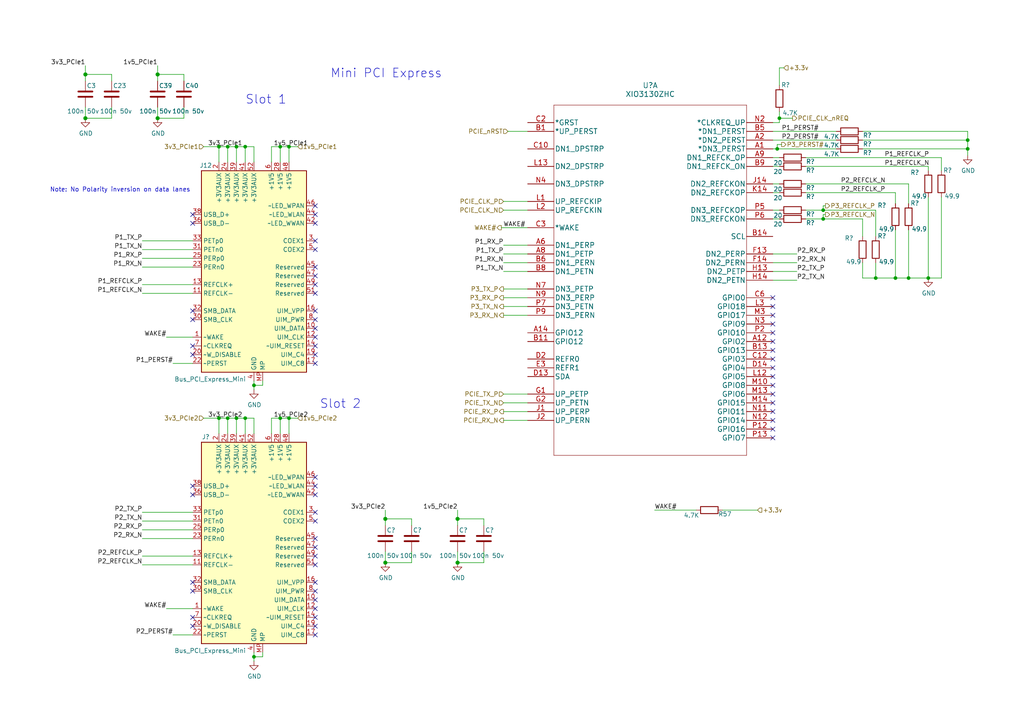
<source format=kicad_sch>
(kicad_sch (version 20210615) (generator eeschema)
  (paper "A4")
  (title_block (title "AP3000v3") (date "2020-10-27") (rev "1") (company "(c) ISis ImageStream Internet Solutions 2020") (comment 1 "www.imagestream.com"))
  (lib_symbols
    (symbol "Connector:Bus_PCI_Express_Mini"
      (property "Reference" "J" (at -16.51 31.75 0))
      (property "Value" "Bus_PCI_Express_Mini" (at 22.86 31.75 0))
      (symbol "Bus_PCI_Express_Mini_0_1"
        (rectangle (start -15.24 30.48) (end 15.24 -27.94) (stroke (width 0.254)) (fill (type background)))
      )
      (symbol "Bus_PCI_Express_Mini_1_1"
        (pin open_collector line (at -17.78 -17.78 0) (length 2.54) (name "~WAKE") (number "1"))
        (pin bidirectional line (at 17.78 -15.24 180) (length 2.54) (name "UIM_DATA") (number "10"))
        (pin input line (at -17.78 -5.08 0) (length 2.54) (name "REFCLK-") (number "11"))
        (pin output line (at 17.78 -17.78 180) (length 2.54) (name "UIM_CLK") (number "12"))
        (pin input line (at -17.78 -2.54 0) (length 2.54) (name "REFCLK+") (number "13"))
        (pin output line (at 17.78 -20.32 180) (length 2.54) (name "~UIM_RESET") (number "14"))
        (pin passive line (at 0 -30.48 90) (length 2.54) hide (name "GND") (number "15"))
        (pin power_out line (at 17.78 -10.16 180) (length 2.54) (name "UIM_VPP") (number "16"))
        (pin passive line (at 17.78 -25.4 180) (length 2.54) (name "UIM_C8") (number "17"))
        (pin passive line (at 0 -30.48 90) (length 2.54) hide (name "GND") (number "18"))
        (pin passive line (at 17.78 -22.86 180) (length 2.54) (name "UIM_C4") (number "19"))
        (pin power_in line (at -10.16 33.02 270) (length 2.54) (name "+3V3AUX") (number "2"))
        (pin input line (at -17.78 -22.86 0) (length 2.54) (name "~W_DISABLE") (number "20"))
        (pin passive line (at 0 -30.48 90) (length 2.54) hide (name "GND") (number "21"))
        (pin input line (at -17.78 -25.4 0) (length 2.54) (name "~PERST") (number "22"))
        (pin output line (at -17.78 2.54 0) (length 2.54) (name "PERn0") (number "23"))
        (pin power_in line (at -7.62 33.02 270) (length 2.54) (name "+3V3AUX") (number "24"))
        (pin output line (at -17.78 5.08 0) (length 2.54) (name "PERp0") (number "25"))
        (pin passive line (at 0 -30.48 90) (length 2.54) hide (name "GND") (number "26"))
        (pin passive line (at 0 -30.48 90) (length 2.54) hide (name "GND") (number "27"))
        (pin power_in line (at 7.62 33.02 270) (length 2.54) (name "+1V5") (number "28"))
        (pin passive line (at 0 -30.48 90) (length 2.54) hide (name "GND") (number "29"))
        (pin passive line (at 17.78 10.16 180) (length 2.54) (name "COEX1") (number "3"))
        (pin input line (at -17.78 -12.7 0) (length 2.54) (name "SMB_CLK") (number "30"))
        (pin input line (at -17.78 7.62 0) (length 2.54) (name "PETn0") (number "31"))
        (pin bidirectional line (at -17.78 -10.16 0) (length 2.54) (name "SMB_DATA") (number "32"))
        (pin input line (at -17.78 10.16 0) (length 2.54) (name "PETp0") (number "33"))
        (pin passive line (at 0 -30.48 90) (length 2.54) hide (name "GND") (number "34"))
        (pin passive line (at 0 -30.48 90) (length 2.54) hide (name "GND") (number "35"))
        (pin bidirectional line (at -17.78 15.24 0) (length 2.54) (name "USB_D-") (number "36"))
        (pin passive line (at 0 -30.48 90) (length 2.54) hide (name "GND") (number "37"))
        (pin bidirectional line (at -17.78 17.78 0) (length 2.54) (name "USB_D+") (number "38"))
        (pin power_in line (at -5.08 33.02 270) (length 2.54) (name "+3V3AUX") (number "39"))
        (pin power_in line (at 0 -30.48 90) (length 2.54) (name "GND") (number "4"))
        (pin passive line (at 0 -30.48 90) (length 2.54) hide (name "GND") (number "40"))
        (pin power_in line (at -2.54 33.02 270) (length 2.54) (name "+3V3AUX") (number "41"))
        (pin open_collector line (at 17.78 15.24 180) (length 2.54) (name "~LED_WWAN") (number "42"))
        (pin passive line (at 0 -30.48 90) (length 2.54) hide (name "GND") (number "43"))
        (pin open_collector line (at 17.78 17.78 180) (length 2.54) (name "~LED_WLAN") (number "44"))
        (pin passive line (at 17.78 2.54 180) (length 2.54) (name "Reserved") (number "45"))
        (pin open_collector line (at 17.78 20.32 180) (length 2.54) (name "~LED_WPAN") (number "46"))
        (pin passive line (at 17.78 0 180) (length 2.54) (name "Reserved") (number "47"))
        (pin power_in line (at 10.16 33.02 270) (length 2.54) (name "+1V5") (number "48"))
        (pin passive line (at 17.78 -2.54 180) (length 2.54) (name "Reserved") (number "49"))
        (pin passive line (at 17.78 7.62 180) (length 2.54) (name "COEX2") (number "5"))
        (pin passive line (at 0 -30.48 90) (length 2.54) hide (name "GND") (number "50"))
        (pin passive line (at 17.78 -5.08 180) (length 2.54) (name "Reserved") (number "51"))
        (pin power_in line (at 0 33.02 270) (length 2.54) (name "+3V3AUX") (number "52"))
        (pin power_in line (at 5.08 33.02 270) (length 2.54) (name "+1V5") (number "6"))
        (pin open_collector line (at -17.78 -20.32 0) (length 2.54) (name "~CLKREQ") (number "7"))
        (pin power_out line (at 17.78 -12.7 180) (length 2.54) (name "UIM_PWR") (number "8"))
        (pin passive line (at 0 -30.48 90) (length 2.54) hide (name "GND") (number "9"))
        (pin passive line (at 2.54 -30.48 90) (length 2.54) (name "MP") (number "MP"))
      )
    )
    (symbol "Device:C" (pin_numbers hide) (pin_names (offset 0.254))
      (property "Reference" "C" (at 0.635 2.54 0))
      (property "Value" "C" (at 0.635 -2.54 0))
      (symbol "C_0_1"
        (polyline (pts (xy -2.032 -0.762) (xy 2.032 -0.762)) (stroke (width 0.508)))
        (polyline (pts (xy -2.032 0.762) (xy 2.032 0.762)) (stroke (width 0.508)))
      )
      (symbol "C_1_1"
        (pin passive line (at 0 3.81 270) (length 2.794) (name "~") (number "1"))
        (pin passive line (at 0 -3.81 90) (length 2.794) (name "~") (number "2"))
      )
    )
    (symbol "Device:R" (pin_numbers hide) (pin_names (offset 0))
      (property "Reference" "R" (at 2.032 0 90))
      (property "Value" "R" (at 0 0 90))
      (symbol "R_0_1"
        (rectangle (start -1.016 -2.54) (end 1.016 2.54) (stroke (width 0.254)))
      )
      (symbol "R_1_1"
        (pin passive line (at 0 3.81 270) (length 1.27) (name "~") (number "1"))
        (pin passive line (at 0 -3.81 90) (length 1.27) (name "~") (number "2"))
      )
    )
    (symbol "Scott:XIO3130ZHC" (pin_names (offset 0.254))
      (property "Reference" "U" (at 35.56 10.16 0))
      (property "Value" "XIO3130ZHC" (at 35.56 7.62 0))
      (symbol "XIO3130ZHC_1_1"
        (polyline (pts (xy 7.62 -96.52) (xy 63.5 -96.52)) (stroke (width 0.127)))
        (polyline (pts (xy 7.62 5.08) (xy 7.62 -96.52)) (stroke (width 0.127)))
        (polyline (pts (xy 63.5 -96.52) (xy 63.5 5.08)) (stroke (width 0.127)))
        (polyline (pts (xy 63.5 5.08) (xy 7.62 5.08)) (stroke (width 0.127)))
        (pin output line (at 71.12 -7.62 180) (length 7.62) (name "*DN3_PERST") (number "A1"))
        (pin bidirectional line (at 71.12 -63.5 180) (length 7.62) (name "GPIO2") (number "A12"))
        (pin bidirectional line (at 0 -60.96 0) (length 7.62) (name "GPIO12") (number "A14"))
        (pin output line (at 71.12 -5.08 180) (length 7.62) (name "*DN2_PERST") (number "A2"))
        (pin unspecified line (at 0 -35.56 0) (length 7.62) (name "DN1_PERP") (number "A6"))
        (pin unspecified line (at 0 -38.1 0) (length 7.62) (name "DN1_PETP") (number "A8"))
        (pin output line (at 71.12 -10.16 180) (length 7.62) (name "DN1_REFCK_OP") (number "A9"))
        (pin input line (at 0 -2.54 0) (length 7.62) (name "*UP_PERST") (number "B1"))
        (pin bidirectional line (at 0 -63.5 0) (length 7.62) (name "GPIO12") (number "B11"))
        (pin bidirectional line (at 71.12 -66.04 180) (length 7.62) (name "GPIO13") (number "B13"))
        (pin output line (at 71.12 -33.02 180) (length 7.62) (name "SCL") (number "B14"))
        (pin output line (at 71.12 -2.54 180) (length 7.62) (name "*DN1_PERST") (number "B5"))
        (pin unspecified line (at 0 -40.64 0) (length 7.62) (name "DN1_PERN") (number "B6"))
        (pin unspecified line (at 0 -43.18 0) (length 7.62) (name "DN1_PETN") (number "B8"))
        (pin output line (at 71.12 -12.7 180) (length 7.62) (name "DN1_REFCK_ON") (number "B9"))
        (pin input line (at 0 -7.62 0) (length 7.62) (name "DN1_DPSTRP") (number "C10"))
        (pin bidirectional line (at 71.12 -68.58 180) (length 7.62) (name "GPIO3") (number "C12"))
        (pin input line (at 0 0 0) (length 7.62) (name "*GRST") (number "C2"))
        (pin unspecified line (at 0 -30.48 0) (length 7.62) (name "*WAKE") (number "C3"))
        (pin bidirectional line (at 71.12 -50.8 180) (length 7.62) (name "GPIO0") (number "C6"))
        (pin bidirectional line (at 0 -73.66 0) (length 7.62) (name "SDA") (number "D13"))
        (pin bidirectional line (at 71.12 -71.12 180) (length 7.62) (name "GPIO4") (number "D14"))
        (pin unspecified line (at 0 -68.58 0) (length 7.62) (name "REFR0") (number "D2"))
        (pin unspecified line (at 0 -71.12 0) (length 7.62) (name "REFR1") (number "E3"))
        (pin unspecified line (at 71.12 -38.1 180) (length 7.62) (name "DN2_PERP") (number "F13"))
        (pin unspecified line (at 71.12 -40.64 180) (length 7.62) (name "DN2_PERN") (number "F14"))
        (pin unspecified line (at 0 -78.74 0) (length 7.62) (name "UP_PETP") (number "G1"))
        (pin unspecified line (at 0 -81.28 0) (length 7.62) (name "UP_PETN") (number "G2"))
        (pin unspecified line (at 71.12 -43.18 180) (length 7.62) (name "DN2_PETP") (number "H13"))
        (pin unspecified line (at 71.12 -45.72 180) (length 7.62) (name "DN2_PETN") (number "H14"))
        (pin unspecified line (at 0 -83.82 0) (length 7.62) (name "UP_PERP") (number "J1"))
        (pin output line (at 71.12 -17.78 180) (length 7.62) (name "DN2_REFCKON") (number "J14"))
        (pin unspecified line (at 0 -86.36 0) (length 7.62) (name "UP_PERN") (number "J2"))
        (pin output line (at 71.12 -20.32 180) (length 7.62) (name "DN2_REFCKOP") (number "K14"))
        (pin input line (at 0 -22.86 0) (length 7.62) (name "UP_REFCKIP") (number "L1"))
        (pin bidirectional line (at 71.12 -73.66 180) (length 7.62) (name "GPIO5") (number "L12"))
        (pin input line (at 0 -12.7 0) (length 7.62) (name "DN2_DPSTRP") (number "L13"))
        (pin input line (at 0 -25.4 0) (length 7.62) (name "UP_REFCKIN") (number "L2"))
        (pin bidirectional line (at 71.12 -53.34 180) (length 7.62) (name "GPIO18") (number "L3"))
        (pin bidirectional line (at 71.12 -76.2 180) (length 7.62) (name "GPIO8") (number "M10"))
        (pin bidirectional line (at 71.12 -78.74 180) (length 7.62) (name "GPIO6") (number "M13"))
        (pin bidirectional line (at 71.12 -81.28 180) (length 7.62) (name "GPIO15") (number "M14"))
        (pin bidirectional line (at 71.12 -55.88 180) (length 7.62) (name "GPIO17") (number "M3"))
        (pin bidirectional line (at 71.12 -83.82 180) (length 7.62) (name "GPIO11") (number "N11"))
        (pin bidirectional line (at 71.12 -86.36 180) (length 7.62) (name "GPIO14") (number "N12"))
        (pin output line (at 71.12 0 180) (length 7.62) (name "*CLKREQ_UP") (number "N2"))
        (pin bidirectional line (at 71.12 -58.42 180) (length 7.62) (name "GPIO9") (number "N3"))
        (pin input line (at 0 -17.78 0) (length 7.62) (name "DN3_DPSTRP") (number "N4"))
        (pin unspecified line (at 0 -48.26 0) (length 7.62) (name "DN3_PETP") (number "N7"))
        (pin unspecified line (at 0 -50.8 0) (length 7.62) (name "DN3_PERP") (number "N9"))
        (pin bidirectional line (at 71.12 -88.9 180) (length 7.62) (name "GPIO16") (number "P12"))
        (pin bidirectional line (at 71.12 -91.44 180) (length 7.62) (name "GPIO7") (number "P13"))
        (pin bidirectional line (at 71.12 -60.96 180) (length 7.62) (name "GPIO10") (number "P2"))
        (pin output line (at 71.12 -25.4 180) (length 7.62) (name "DN3_REFCKOP") (number "P5"))
        (pin output line (at 71.12 -27.94 180) (length 7.62) (name "DN3_REFCKON") (number "P6"))
        (pin unspecified line (at 0 -53.34 0) (length 7.62) (name "DN3_PETN") (number "P7"))
        (pin unspecified line (at 0 -55.88 0) (length 7.62) (name "DN3_PERN") (number "P9"))
      )
      (symbol "XIO3130ZHC_2_1"
        (polyline (pts (xy -12.7 -2.54) (xy 12.7 -2.54)) (stroke (width 0.127)))
        (polyline (pts (xy -12.7 5.08) (xy -12.7 -2.54)) (stroke (width 0.127)))
        (polyline (pts (xy 12.7 -2.54) (xy 12.7 5.08)) (stroke (width 0.127)))
        (polyline (pts (xy 12.7 5.08) (xy -12.7 5.08)) (stroke (width 0.127)))
      )
      (symbol "XIO3130ZHC_3_1"
        (polyline (pts (xy 7.62 -127) (xy 38.1 -127)) (stroke (width 0.127)))
        (polyline (pts (xy 7.62 7.62) (xy 7.62 -127)) (stroke (width 0.127)))
        (polyline (pts (xy 38.1 -127) (xy 38.1 7.62)) (stroke (width 0.127)))
        (polyline (pts (xy 38.1 7.62) (xy 7.62 7.62)) (stroke (width 0.127)))
        (pin power_in line (at 0 -109.22 0) (length 7.62) (name "VDD33") (number "A11"))
        (pin no_connect line (at 0 -7.62 0) (length 7.62) (name "RSVD") (number "A13"))
        (pin power_in line (at 0 -99.06 0) (length 7.62) (name "VDD33") (number "A3"))
        (pin power_in line (at 0 -25.4 0) (length 7.62) (name "VDD15") (number "A4"))
        (pin power_in line (at 0 -60.96 0) (length 7.62) (name "VDD15") (number "B10"))
        (pin no_connect line (at 0 -10.16 0) (length 7.62) (name "RSVD") (number "B12"))
        (pin power_in line (at 0 -27.94 0) (length 7.62) (name "VDD15") (number "B2"))
        (pin power_in line (at 0 -30.48 0) (length 7.62) (name "VDD15") (number "B3"))
        (pin power_in line (at 0 -101.6 0) (length 7.62) (name "VDD33") (number "B4"))
        (pin power_in line (at 0 -33.02 0) (length 7.62) (name "VDD15") (number "B7"))
        (pin power_in line (at 0 -17.78 0) (length 7.62) (name "VDD_COMB15") (number "C1"))
        (pin power_in line (at 0 -63.5 0) (length 7.62) (name "VDD15") (number "C11"))
        (pin power_in line (at 0 -66.04 0) (length 7.62) (name "VDD15") (number "C13"))
        (pin power_in line (at 0 -68.58 0) (length 7.62) (name "VDD15") (number "C14"))
        (pin no_connect line (at 0 0 0) (length 7.62) (name "RSVD") (number "C4"))
        (pin power_in line (at 0 -35.56 0) (length 7.62) (name "VDD15") (number "C5"))
        (pin power_in line (at 0 -111.76 0) (length 7.62) (name "VDD33") (number "D12"))
        (pin power_in line (at 0 -20.32 0) (length 7.62) (name "VDD_COMBIO") (number "D3"))
        (pin no_connect line (at 0 -2.54 0) (length 7.62) (name "RSVD") (number "D4"))
        (pin power_in line (at 0 -12.7 0) (length 7.62) (name "VAUX33_REF") (number "E1"))
        (pin power_in line (at 0 -71.12 0) (length 7.62) (name "VDD15") (number "E13"))
        (pin power_in line (at 0 -121.92 0) (length 7.62) (name "VDD33_REF") (number "E2"))
        (pin power_in line (at 0 -38.1 0) (length 7.62) (name "VDD15") (number "F1"))
        (pin power_in line (at 0 -40.64 0) (length 7.62) (name "VDD15") (number "F2"))
        (pin power_in line (at 0 -96.52 0) (length 7.62) (name "VDD15_REF") (number "F3"))
        (pin power_in line (at 0 -22.86 0) (length 7.62) (name "VDD_COMB33") (number "F4"))
        (pin power_in line (at 0 -73.66 0) (length 7.62) (name "VDD15") (number "G13"))
        (pin power_in line (at 0 -43.18 0) (length 7.62) (name "VDD15") (number "H3"))
        (pin power_in line (at 0 -114.3 0) (length 7.62) (name "VDD33") (number "K12"))
        (pin power_in line (at 0 -45.72 0) (length 7.62) (name "VDD15") (number "K4"))
        (pin power_in line (at 0 -76.2 0) (length 7.62) (name "VDD15") (number "L14"))
        (pin power_in line (at 0 -48.26 0) (length 7.62) (name "VDD15") (number "M1"))
        (pin power_in line (at 0 -78.74 0) (length 7.62) (name "VDD15") (number "M11"))
        (pin power_in line (at 0 -81.28 0) (length 7.62) (name "VDD15") (number "M12"))
        (pin power_in line (at 0 -50.8 0) (length 7.62) (name "VDD15") (number "M2"))
        (pin power_in line (at 0 -104.14 0) (length 7.62) (name "VDD33") (number "M4"))
        (pin power_in line (at 0 -106.68 0) (length 7.62) (name "VDD33") (number "N1"))
        (pin power_in line (at 0 -83.82 0) (length 7.62) (name "VDD15") (number "N10"))
        (pin power_in line (at 0 -86.36 0) (length 7.62) (name "VDD15") (number "N13"))
        (pin power_in line (at 0 -88.9 0) (length 7.62) (name "VDD15") (number "N14"))
        (pin power_in line (at 0 -53.34 0) (length 7.62) (name "VDD15") (number "N8"))
        (pin no_connect line (at 0 -5.08 0) (length 7.62) (name "RSVD") (number "P1"))
        (pin power_in line (at 0 -116.84 0) (length 7.62) (name "VDD33") (number "P11"))
        (pin power_in line (at 0 -91.44 0) (length 7.62) (name "VDD15") (number "P14"))
        (pin power_in line (at 0 -55.88 0) (length 7.62) (name "VDD15") (number "P3"))
        (pin power_in line (at 0 -58.42 0) (length 7.62) (name "VDD15") (number "P4"))
      )
      (symbol "XIO3130ZHC_4_1"
        (polyline (pts (xy 7.62 -132.08) (xy 38.1 -132.08)) (stroke (width 0.127)))
        (polyline (pts (xy 7.62 5.08) (xy 7.62 -132.08)) (stroke (width 0.127)))
        (polyline (pts (xy 38.1 -132.08) (xy 38.1 5.08)) (stroke (width 0.127)))
        (polyline (pts (xy 38.1 5.08) (xy 7.62 5.08)) (stroke (width 0.127)))
        (pin power_in line (at 45.72 -48.26 180) (length 7.62) (name "VSSA") (number "A10"))
        (pin power_in line (at 0 -53.34 0) (length 7.62) (name "VSSA") (number "A5"))
        (pin power_in line (at 0 0 0) (length 7.62) (name "VDDA15") (number "A7"))
        (pin power_in line (at 0 -55.88 0) (length 7.62) (name "VSSA") (number "C7"))
        (pin power_in line (at 0 -58.42 0) (length 7.62) (name "VSSA") (number "C8"))
        (pin power_in line (at 0 -60.96 0) (length 7.62) (name "VSSA") (number "C9"))
        (pin power_in line (at 45.72 -50.8 180) (length 7.62) (name "VSS") (number "D10"))
        (pin power_in line (at 45.72 -53.34 180) (length 7.62) (name "VSS") (number "D11"))
        (pin power_in line (at 0 -63.5 0) (length 7.62) (name "VSS") (number "D5"))
        (pin power_in line (at 0 -66.04 0) (length 7.62) (name "VSS") (number "D6"))
        (pin power_in line (at 0 -2.54 0) (length 7.62) (name "VDDA15") (number "D7"))
        (pin power_in line (at 0 -5.08 0) (length 7.62) (name "VDDA15") (number "D8"))
        (pin power_in line (at 0 -7.62 0) (length 7.62) (name "VDDA15") (number "D9"))
        (pin power_in line (at 45.72 -55.88 180) (length 7.62) (name "VSS") (number "E10"))
        (pin power_in line (at 45.72 -58.42 180) (length 7.62) (name "VSS") (number "E11"))
        (pin power_in line (at 45.72 -60.96 180) (length 7.62) (name "VSS") (number "E12"))
        (pin power_in line (at 45.72 -63.5 180) (length 7.62) (name "VSSA") (number "E14"))
        (pin power_in line (at 0 -68.58 0) (length 7.62) (name "VSS") (number "E5"))
        (pin power_in line (at 0 -71.12 0) (length 7.62) (name "VSS") (number "E6"))
        (pin power_in line (at 0 -73.66 0) (length 7.62) (name "VSS") (number "E7"))
        (pin power_in line (at 0 -76.2 0) (length 7.62) (name "VSS") (number "E8"))
        (pin power_in line (at 0 -78.74 0) (length 7.62) (name "VSS") (number "E9"))
        (pin power_in line (at 45.72 -66.04 180) (length 7.62) (name "VSS") (number "F10"))
        (pin power_in line (at 45.72 -68.58 180) (length 7.62) (name "VSSA") (number "F11"))
        (pin power_in line (at 45.72 -71.12 180) (length 7.62) (name "VSSA") (number "F12"))
        (pin power_in line (at 0 -81.28 0) (length 7.62) (name "VSS") (number "F5"))
        (pin power_in line (at 0 -83.82 0) (length 7.62) (name "VSS") (number "F6"))
        (pin power_in line (at 0 -86.36 0) (length 7.62) (name "VSS") (number "F7"))
        (pin power_in line (at 0 -88.9 0) (length 7.62) (name "VSS") (number "F8"))
        (pin power_in line (at 0 -91.44 0) (length 7.62) (name "VSS") (number "F9"))
        (pin power_in line (at 45.72 -73.66 180) (length 7.62) (name "VSS") (number "G10"))
        (pin power_in line (at 0 -35.56 0) (length 7.62) (name "VDDA15") (number "G11"))
        (pin power_in line (at 0 -38.1 0) (length 7.62) (name "VDDA15") (number "G12"))
        (pin power_in line (at 45.72 -76.2 180) (length 7.62) (name "VSSA") (number "G14"))
        (pin power_in line (at 0 -93.98 0) (length 7.62) (name "VSSA") (number "G3"))
        (pin power_in line (at 0 -10.16 0) (length 7.62) (name "VDDA15") (number "G4"))
        (pin power_in line (at 0 -96.52 0) (length 7.62) (name "VSS") (number "G5"))
        (pin power_in line (at 0 -99.06 0) (length 7.62) (name "VSS") (number "G6"))
        (pin power_in line (at 0 -101.6 0) (length 7.62) (name "VSS") (number "G7"))
        (pin power_in line (at 0 -104.14 0) (length 7.62) (name "VSS") (number "G8"))
        (pin power_in line (at 0 -106.68 0) (length 7.62) (name "VSS") (number "G9"))
        (pin power_in line (at 0 -109.22 0) (length 7.62) (name "VSSA") (number "H1"))
        (pin power_in line (at 45.72 -78.74 180) (length 7.62) (name "VSS") (number "H10"))
        (pin power_in line (at 0 -40.64 0) (length 7.62) (name "VDDA15") (number "H11"))
        (pin power_in line (at 45.72 -81.28 180) (length 7.62) (name "VSSA") (number "H12"))
        (pin power_in line (at 0 -12.7 0) (length 7.62) (name "VDDA15") (number "H2"))
        (pin power_in line (at 0 -15.24 0) (length 7.62) (name "VDDA15") (number "H4"))
        (pin power_in line (at 0 -111.76 0) (length 7.62) (name "VSS") (number "H5"))
        (pin power_in line (at 0 -114.3 0) (length 7.62) (name "VSS") (number "H6"))
        (pin power_in line (at 0 -116.84 0) (length 7.62) (name "VSS") (number "H7"))
        (pin power_in line (at 0 -119.38 0) (length 7.62) (name "VSS") (number "H8"))
        (pin power_in line (at 0 -121.92 0) (length 7.62) (name "VSS") (number "H9"))
        (pin power_in line (at 45.72 -83.82 180) (length 7.62) (name "VSS") (number "J10"))
        (pin power_in line (at 0 -43.18 0) (length 7.62) (name "VDDA15") (number "J11"))
        (pin power_in line (at 0 -45.72 0) (length 7.62) (name "VDDA15") (number "J12"))
        (pin power_in line (at 45.72 -86.36 180) (length 7.62) (name "VSSA") (number "J13"))
        (pin power_in line (at 0 -48.26 0) (length 7.62) (name "VDDA33") (number "J3"))
        (pin power_in line (at 0 -17.78 0) (length 7.62) (name "VDDA15") (number "J4"))
        (pin power_in line (at 0 -124.46 0) (length 7.62) (name "VSS") (number "J5"))
        (pin power_in line (at 0 -127 0) (length 7.62) (name "VSS") (number "J6"))
        (pin power_in line (at 45.72 0 180) (length 7.62) (name "VSS") (number "J7"))
        (pin power_in line (at 45.72 -2.54 180) (length 7.62) (name "VSS") (number "J8"))
        (pin power_in line (at 45.72 -5.08 180) (length 7.62) (name "VSS") (number "J9"))
        (pin power_in line (at 45.72 -7.62 180) (length 7.62) (name "VSSA") (number "K1"))
        (pin power_in line (at 45.72 -88.9 180) (length 7.62) (name "VSS") (number "K10"))
        (pin power_in line (at 45.72 -91.44 180) (length 7.62) (name "VSS") (number "K11"))
        (pin power_in line (at 45.72 -93.98 180) (length 7.62) (name "VSSA") (number "K13"))
        (pin power_in line (at 45.72 -10.16 180) (length 7.62) (name "VSS") (number "K2"))
        (pin power_in line (at 0 -20.32 0) (length 7.62) (name "VDDA15") (number "K3"))
        (pin power_in line (at 45.72 -12.7 180) (length 7.62) (name "VSS") (number "K5"))
        (pin power_in line (at 45.72 -15.24 180) (length 7.62) (name "VSS") (number "K6"))
        (pin power_in line (at 45.72 -17.78 180) (length 7.62) (name "VSS") (number "K7"))
        (pin power_in line (at 45.72 -20.32 180) (length 7.62) (name "VSS") (number "K8"))
        (pin power_in line (at 45.72 -22.86 180) (length 7.62) (name "VSS") (number "K9"))
        (pin power_in line (at 45.72 -96.52 180) (length 7.62) (name "VSS") (number "L10"))
        (pin power_in line (at 45.72 -99.06 180) (length 7.62) (name "VSS") (number "L11"))
        (pin power_in line (at 45.72 -25.4 180) (length 7.62) (name "VSS") (number "L4"))
        (pin power_in line (at 45.72 -27.94 180) (length 7.62) (name "VSS") (number "L5"))
        (pin power_in line (at 0 -22.86 0) (length 7.62) (name "VDDA15") (number "L6"))
        (pin power_in line (at 0 -25.4 0) (length 7.62) (name "VDDA15") (number "L7"))
        (pin power_in line (at 0 -27.94 0) (length 7.62) (name "VDDA15") (number "L8"))
        (pin power_in line (at 45.72 -30.48 180) (length 7.62) (name "VSSA") (number "L9"))
        (pin power_in line (at 45.72 -33.02 180) (length 7.62) (name "VSS") (number "M5"))
        (pin power_in line (at 0 -30.48 0) (length 7.62) (name "VDDA15") (number "M6"))
        (pin power_in line (at 45.72 -35.56 180) (length 7.62) (name "VSSA") (number "M7"))
        (pin power_in line (at 0 -33.02 0) (length 7.62) (name "VDDA15") (number "M8"))
        (pin power_in line (at 45.72 -38.1 180) (length 7.62) (name "VSSA") (number "M9"))
        (pin power_in line (at 45.72 -40.64 180) (length 7.62) (name "VSSA") (number "N5"))
        (pin power_in line (at 45.72 -43.18 180) (length 7.62) (name "VSSA") (number "N6"))
        (pin power_in line (at 45.72 -101.6 180) (length 7.62) (name "VSSA") (number "P10"))
        (pin power_in line (at 45.72 -45.72 180) (length 7.62) (name "VSSA") (number "P8"))
      )
      (symbol "XIO3130ZHC_5_1"
        (polyline (pts (xy 7.62 -7.62) (xy 33.02 -7.62)) (stroke (width 0.127)))
        (polyline (pts (xy 7.62 5.08) (xy 7.62 -7.62)) (stroke (width 0.127)))
        (polyline (pts (xy 33.02 -7.62) (xy 33.02 5.08)) (stroke (width 0.127)))
        (polyline (pts (xy 33.02 5.08) (xy 7.62 5.08)) (stroke (width 0.127)))
        (pin power_in line (at 0 0 0) (length 7.62) (name "VSSD_REF") (number "D1"))
        (pin power_in line (at 0 -2.54 0) (length 7.62) (name "VSSA_REF") (number "E4"))
      )
    )
    (symbol "power:GND" (power) (pin_names (offset 0))
      (property "Value" "GND" (at 0 -3.81 0))
      (symbol "GND_0_1"
        (polyline (pts (xy 0 0) (xy 0 -1.27) (xy 1.27 -1.27) (xy 0 -2.54) (xy -1.27 -1.27) (xy 0 -1.27)))
      )
      (symbol "GND_1_1"
        (pin power_in line (at 0 0 270) (length 0) hide (name "GND") (number "1"))
      )
    )
  )
  (junction (at 24.765 21.59) (diameter 1.016))
  (junction (at 24.765 34.29) (diameter 1.016))
  (junction (at 45.72 21.59) (diameter 1.016))
  (junction (at 45.72 34.29) (diameter 1.016))
  (junction (at 63.5 42.545) (diameter 0.9144))
  (junction (at 63.5 121.285) (diameter 0.9144))
  (junction (at 66.04 42.545) (diameter 0.9144))
  (junction (at 66.04 121.285) (diameter 0.9144))
  (junction (at 68.58 42.545) (diameter 0.9144))
  (junction (at 68.58 121.285) (diameter 0.9144))
  (junction (at 71.12 42.545) (diameter 0.9144))
  (junction (at 71.12 121.285) (diameter 0.9144))
  (junction (at 73.66 111.76) (diameter 0.9144))
  (junction (at 73.66 190.5) (diameter 0.9144))
  (junction (at 81.28 42.545) (diameter 0.9144))
  (junction (at 81.28 121.285) (diameter 0.9144))
  (junction (at 83.82 42.545) (diameter 0.9144))
  (junction (at 83.82 121.285) (diameter 0.9144))
  (junction (at 111.76 150.495) (diameter 1.016))
  (junction (at 111.76 163.195) (diameter 1.016))
  (junction (at 132.715 150.495) (diameter 1.016))
  (junction (at 132.715 163.195) (diameter 1.016))
  (junction (at 225.425 43.18) (diameter 0.9144))
  (junction (at 226.06 34.29) (diameter 0.9144))
  (junction (at 238.76 60.96) (diameter 0.9144))
  (junction (at 238.76 63.5) (diameter 0.9144))
  (junction (at 254 80.645) (diameter 0.9144))
  (junction (at 259.715 80.645) (diameter 0.9144))
  (junction (at 263.525 80.645) (diameter 0.9144))
  (junction (at 269.24 80.645) (diameter 0.9144))
  (junction (at 280.67 40.64) (diameter 0.9144))
  (junction (at 280.67 43.18) (diameter 0.9144))
  (no_connect (at 55.88 62.23))
  (no_connect (at 55.88 64.77))
  (no_connect (at 55.88 90.17))
  (no_connect (at 55.88 92.71))
  (no_connect (at 55.88 100.33))
  (no_connect (at 55.88 102.87))
  (no_connect (at 55.88 140.97))
  (no_connect (at 55.88 143.51))
  (no_connect (at 55.88 168.91))
  (no_connect (at 55.88 171.45))
  (no_connect (at 55.88 179.07))
  (no_connect (at 55.88 181.61))
  (no_connect (at 91.44 59.69))
  (no_connect (at 91.44 62.23))
  (no_connect (at 91.44 64.77))
  (no_connect (at 91.44 69.85))
  (no_connect (at 91.44 72.39))
  (no_connect (at 91.44 77.47))
  (no_connect (at 91.44 80.01))
  (no_connect (at 91.44 82.55))
  (no_connect (at 91.44 85.09))
  (no_connect (at 91.44 90.17))
  (no_connect (at 91.44 92.71))
  (no_connect (at 91.44 95.25))
  (no_connect (at 91.44 97.79))
  (no_connect (at 91.44 100.33))
  (no_connect (at 91.44 102.87))
  (no_connect (at 91.44 105.41))
  (no_connect (at 91.44 138.43))
  (no_connect (at 91.44 140.97))
  (no_connect (at 91.44 143.51))
  (no_connect (at 91.44 148.59))
  (no_connect (at 91.44 151.13))
  (no_connect (at 91.44 156.21))
  (no_connect (at 91.44 158.75))
  (no_connect (at 91.44 161.29))
  (no_connect (at 91.44 163.83))
  (no_connect (at 91.44 168.91))
  (no_connect (at 91.44 171.45))
  (no_connect (at 91.44 173.99))
  (no_connect (at 91.44 176.53))
  (no_connect (at 91.44 179.07))
  (no_connect (at 91.44 181.61))
  (no_connect (at 91.44 184.15))
  (no_connect (at 224.155 86.36))
  (no_connect (at 224.155 88.9))
  (no_connect (at 224.155 91.44))
  (no_connect (at 224.155 93.98))
  (no_connect (at 224.155 96.52))
  (no_connect (at 224.155 99.06))
  (no_connect (at 224.155 101.6))
  (no_connect (at 224.155 104.14))
  (no_connect (at 224.155 106.68))
  (no_connect (at 224.155 109.22))
  (no_connect (at 224.155 111.76))
  (no_connect (at 224.155 114.3))
  (no_connect (at 224.155 116.84))
  (no_connect (at 224.155 119.38))
  (no_connect (at 224.155 121.92))
  (no_connect (at 224.155 124.46))
  (no_connect (at 224.155 127))
  (wire (pts (xy 24.765 19.05) (xy 24.765 21.59)))
  (wire (pts (xy 24.765 21.59) (xy 32.385 21.59)))
  (wire (pts (xy 24.765 23.495) (xy 24.765 21.59)))
  (wire (pts (xy 24.765 31.115) (xy 24.765 34.29)))
  (wire (pts (xy 24.765 34.29) (xy 32.385 34.29)))
  (wire (pts (xy 32.385 23.495) (xy 32.385 21.59)))
  (wire (pts (xy 32.385 31.115) (xy 32.385 34.29)))
  (wire (pts (xy 41.275 69.85) (xy 55.88 69.85)))
  (wire (pts (xy 41.275 72.39) (xy 55.88 72.39)))
  (wire (pts (xy 41.275 74.93) (xy 55.88 74.93)))
  (wire (pts (xy 41.275 77.47) (xy 55.88 77.47)))
  (wire (pts (xy 41.275 82.55) (xy 55.88 82.55)))
  (wire (pts (xy 41.275 85.09) (xy 55.88 85.09)))
  (wire (pts (xy 41.275 148.59) (xy 55.88 148.59)))
  (wire (pts (xy 41.275 151.13) (xy 55.88 151.13)))
  (wire (pts (xy 41.275 153.67) (xy 55.88 153.67)))
  (wire (pts (xy 41.275 156.21) (xy 55.88 156.21)))
  (wire (pts (xy 41.275 161.29) (xy 55.88 161.29)))
  (wire (pts (xy 41.275 163.83) (xy 55.88 163.83)))
  (wire (pts (xy 45.72 19.05) (xy 45.72 21.59)))
  (wire (pts (xy 45.72 21.59) (xy 53.34 21.59)))
  (wire (pts (xy 45.72 23.495) (xy 45.72 21.59)))
  (wire (pts (xy 45.72 31.115) (xy 45.72 34.29)))
  (wire (pts (xy 45.72 34.29) (xy 53.34 34.29)))
  (wire (pts (xy 48.26 97.79) (xy 55.88 97.79)))
  (wire (pts (xy 48.26 176.53) (xy 55.88 176.53)))
  (wire (pts (xy 50.165 105.41) (xy 55.88 105.41)))
  (wire (pts (xy 50.165 184.15) (xy 55.88 184.15)))
  (wire (pts (xy 53.34 23.495) (xy 53.34 21.59)))
  (wire (pts (xy 53.34 31.115) (xy 53.34 34.29)))
  (wire (pts (xy 59.055 42.545) (xy 63.5 42.545)))
  (wire (pts (xy 59.055 121.285) (xy 63.5 121.285)))
  (wire (pts (xy 63.5 42.545) (xy 63.5 46.99)))
  (wire (pts (xy 63.5 121.285) (xy 63.5 125.73)))
  (wire (pts (xy 66.04 42.545) (xy 63.5 42.545)))
  (wire (pts (xy 66.04 42.545) (xy 68.58 42.545)))
  (wire (pts (xy 66.04 46.99) (xy 66.04 42.545)))
  (wire (pts (xy 66.04 121.285) (xy 63.5 121.285)))
  (wire (pts (xy 66.04 121.285) (xy 68.58 121.285)))
  (wire (pts (xy 66.04 125.73) (xy 66.04 121.285)))
  (wire (pts (xy 68.58 42.545) (xy 68.58 46.99)))
  (wire (pts (xy 68.58 42.545) (xy 71.12 42.545)))
  (wire (pts (xy 68.58 121.285) (xy 68.58 125.73)))
  (wire (pts (xy 68.58 121.285) (xy 71.12 121.285)))
  (wire (pts (xy 71.12 42.545) (xy 71.12 46.99)))
  (wire (pts (xy 71.12 42.545) (xy 73.66 42.545)))
  (wire (pts (xy 71.12 121.285) (xy 71.12 125.73)))
  (wire (pts (xy 71.12 121.285) (xy 73.66 121.285)))
  (wire (pts (xy 73.66 42.545) (xy 73.66 46.99)))
  (wire (pts (xy 73.66 110.49) (xy 73.66 111.76)))
  (wire (pts (xy 73.66 111.76) (xy 73.66 113.03)))
  (wire (pts (xy 73.66 121.285) (xy 73.66 125.73)))
  (wire (pts (xy 73.66 189.23) (xy 73.66 190.5)))
  (wire (pts (xy 73.66 190.5) (xy 73.66 191.77)))
  (wire (pts (xy 76.2 110.49) (xy 76.2 111.76)))
  (wire (pts (xy 76.2 111.76) (xy 73.66 111.76)))
  (wire (pts (xy 76.2 189.23) (xy 76.2 190.5)))
  (wire (pts (xy 76.2 190.5) (xy 73.66 190.5)))
  (wire (pts (xy 78.74 42.545) (xy 81.28 42.545)))
  (wire (pts (xy 78.74 46.99) (xy 78.74 42.545)))
  (wire (pts (xy 78.74 121.285) (xy 81.28 121.285)))
  (wire (pts (xy 78.74 125.73) (xy 78.74 121.285)))
  (wire (pts (xy 81.28 42.545) (xy 83.82 42.545)))
  (wire (pts (xy 81.28 46.99) (xy 81.28 42.545)))
  (wire (pts (xy 81.28 121.285) (xy 83.82 121.285)))
  (wire (pts (xy 81.28 125.73) (xy 81.28 121.285)))
  (wire (pts (xy 83.82 42.545) (xy 83.82 46.99)))
  (wire (pts (xy 83.82 121.285) (xy 83.82 125.73)))
  (wire (pts (xy 86.36 42.545) (xy 83.82 42.545)))
  (wire (pts (xy 86.36 121.285) (xy 83.82 121.285)))
  (wire (pts (xy 111.76 147.955) (xy 111.76 150.495)))
  (wire (pts (xy 111.76 150.495) (xy 119.38 150.495)))
  (wire (pts (xy 111.76 152.4) (xy 111.76 150.495)))
  (wire (pts (xy 111.76 160.02) (xy 111.76 163.195)))
  (wire (pts (xy 111.76 163.195) (xy 119.38 163.195)))
  (wire (pts (xy 119.38 152.4) (xy 119.38 150.495)))
  (wire (pts (xy 119.38 160.02) (xy 119.38 163.195)))
  (wire (pts (xy 132.715 147.955) (xy 132.715 150.495)))
  (wire (pts (xy 132.715 150.495) (xy 140.335 150.495)))
  (wire (pts (xy 132.715 152.4) (xy 132.715 150.495)))
  (wire (pts (xy 132.715 160.02) (xy 132.715 163.195)))
  (wire (pts (xy 132.715 163.195) (xy 140.335 163.195)))
  (wire (pts (xy 140.335 152.4) (xy 140.335 150.495)))
  (wire (pts (xy 140.335 160.02) (xy 140.335 163.195)))
  (wire (pts (xy 145.415 66.04) (xy 153.035 66.04)))
  (wire (pts (xy 146.05 58.42) (xy 153.035 58.42)))
  (wire (pts (xy 146.05 60.96) (xy 153.035 60.96)))
  (wire (pts (xy 146.05 71.12) (xy 153.035 71.12)))
  (wire (pts (xy 146.05 73.66) (xy 153.035 73.66)))
  (wire (pts (xy 146.05 76.2) (xy 153.035 76.2)))
  (wire (pts (xy 146.05 78.74) (xy 153.035 78.74)))
  (wire (pts (xy 146.05 83.82) (xy 153.035 83.82)))
  (wire (pts (xy 146.05 86.36) (xy 153.035 86.36)))
  (wire (pts (xy 146.05 88.9) (xy 153.035 88.9)))
  (wire (pts (xy 146.05 91.44) (xy 153.035 91.44)))
  (wire (pts (xy 146.05 114.3) (xy 153.035 114.3)))
  (wire (pts (xy 146.05 116.84) (xy 153.035 116.84)))
  (wire (pts (xy 146.05 119.38) (xy 153.035 119.38)))
  (wire (pts (xy 146.05 121.92) (xy 153.035 121.92)))
  (wire (pts (xy 147.32 38.1) (xy 153.035 38.1)))
  (wire (pts (xy 189.865 147.955) (xy 201.93 147.955)))
  (wire (pts (xy 209.55 147.955) (xy 219.71 147.955)))
  (wire (pts (xy 224.155 35.56) (xy 226.06 35.56)))
  (wire (pts (xy 224.155 38.1) (xy 242.57 38.1)))
  (wire (pts (xy 224.155 40.64) (xy 242.57 40.64)))
  (wire (pts (xy 224.155 43.18) (xy 225.425 43.18)))
  (wire (pts (xy 224.155 45.72) (xy 226.06 45.72)))
  (wire (pts (xy 224.155 48.26) (xy 226.06 48.26)))
  (wire (pts (xy 224.155 53.34) (xy 226.06 53.34)))
  (wire (pts (xy 224.155 55.88) (xy 226.06 55.88)))
  (wire (pts (xy 224.155 60.96) (xy 226.06 60.96)))
  (wire (pts (xy 224.155 63.5) (xy 226.06 63.5)))
  (wire (pts (xy 225.425 41.91) (xy 225.425 43.18)))
  (wire (pts (xy 225.425 43.18) (xy 242.57 43.18)))
  (wire (pts (xy 226.06 19.685) (xy 227.33 19.685)))
  (wire (pts (xy 226.06 24.765) (xy 226.06 19.685)))
  (wire (pts (xy 226.06 32.385) (xy 226.06 34.29)))
  (wire (pts (xy 226.06 34.29) (xy 226.06 35.56)))
  (wire (pts (xy 226.06 34.29) (xy 229.87 34.29)))
  (wire (pts (xy 226.695 41.91) (xy 225.425 41.91)))
  (wire (pts (xy 231.14 73.66) (xy 224.155 73.66)))
  (wire (pts (xy 231.14 76.2) (xy 224.155 76.2)))
  (wire (pts (xy 231.14 78.74) (xy 224.155 78.74)))
  (wire (pts (xy 231.14 81.28) (xy 224.155 81.28)))
  (wire (pts (xy 233.68 45.72) (xy 273.05 45.72)))
  (wire (pts (xy 233.68 48.26) (xy 269.24 48.26)))
  (wire (pts (xy 233.68 53.34) (xy 263.525 53.34)))
  (wire (pts (xy 233.68 60.96) (xy 238.76 60.96)))
  (wire (pts (xy 238.76 59.69) (xy 238.76 60.96)))
  (wire (pts (xy 238.76 60.96) (xy 254 60.96)))
  (wire (pts (xy 238.76 62.23) (xy 238.76 63.5)))
  (wire (pts (xy 238.76 63.5) (xy 233.68 63.5)))
  (wire (pts (xy 239.395 59.69) (xy 238.76 59.69)))
  (wire (pts (xy 239.395 62.23) (xy 238.76 62.23)))
  (wire (pts (xy 250.19 38.1) (xy 280.67 38.1)))
  (wire (pts (xy 250.19 40.64) (xy 280.67 40.64)))
  (wire (pts (xy 250.19 43.18) (xy 280.67 43.18)))
  (wire (pts (xy 250.19 63.5) (xy 238.76 63.5)))
  (wire (pts (xy 250.19 68.58) (xy 250.19 63.5)))
  (wire (pts (xy 250.19 76.2) (xy 250.19 80.645)))
  (wire (pts (xy 250.19 80.645) (xy 254 80.645)))
  (wire (pts (xy 254 60.96) (xy 254 68.58)))
  (wire (pts (xy 254 76.2) (xy 254 80.645)))
  (wire (pts (xy 254 80.645) (xy 259.715 80.645)))
  (wire (pts (xy 259.715 55.88) (xy 233.68 55.88)))
  (wire (pts (xy 259.715 59.055) (xy 259.715 55.88)))
  (wire (pts (xy 259.715 66.675) (xy 259.715 80.645)))
  (wire (pts (xy 259.715 80.645) (xy 263.525 80.645)))
  (wire (pts (xy 263.525 53.34) (xy 263.525 59.055)))
  (wire (pts (xy 263.525 66.675) (xy 263.525 80.645)))
  (wire (pts (xy 263.525 80.645) (xy 269.24 80.645)))
  (wire (pts (xy 269.24 48.26) (xy 269.24 49.53)))
  (wire (pts (xy 269.24 57.15) (xy 269.24 80.645)))
  (wire (pts (xy 273.05 45.72) (xy 273.05 49.53)))
  (wire (pts (xy 273.05 57.15) (xy 273.05 80.645)))
  (wire (pts (xy 273.05 80.645) (xy 269.24 80.645)))
  (wire (pts (xy 280.67 38.1) (xy 280.67 40.64)))
  (wire (pts (xy 280.67 40.64) (xy 280.67 43.18)))
  (wire (pts (xy 280.67 43.18) (xy 280.67 45.085)))
  (text "Slot 2" (at -16.51 215.9 180) (effects (font (size 2.54 2.54)) (justify right bottom)))
  (text "Note: No Polarity inversion on data lanes" (at 55.245 55.88 180) (effects (font (size 1.27 1.27)) (justify right bottom)))
  (text "Slot 1" (at 83.185 30.48 180) (effects (font (size 2.54 2.54)) (justify right bottom)))
  (text "Slot 2" (at 104.775 118.745 180) (effects (font (size 2.54 2.54)) (justify right bottom)))
  (text "Mini PCI Express" (at 128.27 22.86 180) (effects (font (size 2.54 2.54)) (justify right bottom)))
  (label "3v3_PCIe1" (at 24.765 19.05 180))
  (label "P1_TX_P" (at 41.275 69.85 180))
  (label "P1_TX_N" (at 41.275 72.39 180))
  (label "P1_RX_P" (at 41.275 74.93 180))
  (label "P1_RX_N" (at 41.275 77.47 180))
  (label "P1_REFCLK_P" (at 41.275 82.55 180))
  (label "P1_REFCLK_N" (at 41.275 85.09 180))
  (label "P2_TX_P" (at 41.275 148.59 180))
  (label "P2_TX_N" (at 41.275 151.13 180))
  (label "P2_RX_P" (at 41.275 153.67 180))
  (label "P2_RX_N" (at 41.275 156.21 180))
  (label "P2_REFCLK_P" (at 41.275 161.29 180))
  (label "P2_REFCLK_N" (at 41.275 163.83 180))
  (label "1v5_PCIe1" (at 45.72 19.05 180))
  (label "WAKE#" (at 48.26 97.79 180))
  (label "WAKE#" (at 48.26 176.53 180))
  (label "P1_PERST#" (at 50.165 105.41 180))
  (label "P2_PERST#" (at 50.165 184.15 180))
  (label "3v3_PCIe1" (at 60.325 42.545 0))
  (label "3v3_PCIe2" (at 60.325 121.285 0))
  (label "1v5_PCIe1" (at 79.375 42.545 0))
  (label "1v5_PCIe2" (at 79.375 121.285 0))
  (label "3v3_PCIe2" (at 111.76 147.955 180))
  (label "1v5_PCIe2" (at 132.715 147.955 180))
  (label "P1_RX_P" (at 146.05 71.12 180))
  (label "P1_TX_P" (at 146.05 73.66 180))
  (label "P1_RX_N" (at 146.05 76.2 180))
  (label "P1_TX_N" (at 146.05 78.74 180))
  (label "WAKE#" (at 152.4 66.04 180))
  (label "WAKE#" (at 189.865 147.955 0))
  (label "P1_PERST#" (at 226.695 38.1 0))
  (label "P2_PERST#" (at 226.695 40.64 0))
  (label "P2_RX_P" (at 231.14 73.66 0))
  (label "P2_RX_N" (at 231.14 76.2 0))
  (label "P2_TX_P" (at 231.14 78.74 0))
  (label "P2_TX_N" (at 231.14 81.28 0))
  (label "P2_REFCLK_N" (at 243.84 53.34 0))
  (label "P2_REFCLK_P" (at 243.84 55.88 0))
  (label "P1_REFCLK_P" (at 256.54 45.72 0))
  (label "P1_REFCLK_N" (at 256.54 48.26 0))
  (hierarchical_label "3v3_PCIe1" (shape input) (at 59.055 42.545 180))
  (hierarchical_label "3v3_PCIe2" (shape input) (at 59.055 121.285 180))
  (hierarchical_label "1v5_PCIe1" (shape input) (at 86.36 42.545 0))
  (hierarchical_label "1v5_PCIe2" (shape input) (at 86.36 121.285 0))
  (hierarchical_label "WAKE#" (shape output) (at 145.415 66.04 180))
  (hierarchical_label "PCIE_CLK_P" (shape input) (at 146.05 58.42 180))
  (hierarchical_label "PCIE_CLK_N" (shape input) (at 146.05 60.96 180))
  (hierarchical_label "P3_TX_P" (shape output) (at 146.05 83.82 180))
  (hierarchical_label "P3_RX_P" (shape output) (at 146.05 86.36 180))
  (hierarchical_label "P3_TX_N" (shape output) (at 146.05 88.9 180))
  (hierarchical_label "P3_RX_N" (shape output) (at 146.05 91.44 180))
  (hierarchical_label "PCIE_TX_P" (shape input) (at 146.05 114.3 180))
  (hierarchical_label "PCIE_TX_N" (shape input) (at 146.05 116.84 180))
  (hierarchical_label "PCIE_RX_P" (shape output) (at 146.05 119.38 180))
  (hierarchical_label "PCIE_RX_N" (shape output) (at 146.05 121.92 180))
  (hierarchical_label "PCIE_nRST" (shape input) (at 147.32 38.1 180))
  (hierarchical_label "+3.3v" (shape input) (at 219.71 147.955 0))
  (hierarchical_label "P3_PERST#" (shape output) (at 226.695 41.91 0))
  (hierarchical_label "+3.3v" (shape input) (at 227.33 19.685 0))
  (hierarchical_label "PCIE_CLK_nREQ" (shape output) (at 229.87 34.29 0))
  (hierarchical_label "P3_REFCLK_P" (shape output) (at 239.395 59.69 0))
  (hierarchical_label "P3_REFCLK_N" (shape output) (at 239.395 62.23 0))
  (symbol (lib_id "power:GND") (at 24.765 34.29 0) (unit 1)
    (property "Reference" "#PWR0114" (effects hide))
    (property "Value" "GND" (at 24.892 38.6842 0))
  )
  (symbol (lib_id "power:GND") (at 45.72 34.29 0) (unit 1)
    (property "Reference" "#PWR0113" (effects hide))
    (property "Value" "GND" (at 45.847 38.6842 0))
  )
  (symbol (lib_id "power:GND") (at 73.66 113.03 0) (unit 1)
    (property "Reference" "#PWR0138" (effects hide))
    (property "Value" "GND" (at 73.787 117.4242 0))
  )
  (symbol (lib_id "power:GND") (at 73.66 191.77 0) (unit 1)
    (property "Reference" "#PWR?" (effects hide))
    (property "Value" "GND" (at 73.787 196.1642 0))
  )
  (symbol (lib_id "power:GND") (at 111.76 163.195 0) (unit 1)
    (property "Reference" "#PWR?" (effects hide))
    (property "Value" "GND" (at 111.887 167.5892 0))
  )
  (symbol (lib_id "power:GND") (at 132.715 163.195 0) (unit 1)
    (property "Reference" "#PWR?" (effects hide))
    (property "Value" "GND" (at 132.842 167.5892 0))
  )
  (symbol (lib_id "power:GND") (at 269.24 80.645 0) (unit 1)
    (property "Reference" "#PWR?" (effects hide))
    (property "Value" "GND" (at 269.367 85.0392 0))
  )
  (symbol (lib_id "power:GND") (at 280.67 45.085 0) (unit 1)
    (property "Reference" "#PWR?" (effects hide))
    (property "Value" "GND" (at 280.797 49.4792 0))
  )
  (symbol (lib_id "Device:R") (at 205.74 147.955 90) (mirror x) (unit 1)
    (property "Reference" "R57" (at 212.217 149.098 90) (effects (justify left)))
    (property "Value" "4.7K" (at 202.819 149.479 90) (effects (justify left)))
    (property "Footprint" "Resistor_SMD:R_0603_1608Metric" (effects hide))
    (property "PartsBoxID" "0603-4.7K-1%" (effects hide))
    (property "LCSC" "C23162" (effects hide))
  )
  (symbol (lib_id "Device:R") (at 226.06 28.575 0) (mirror x) (unit 1)
    (property "Reference" "R?" (at 226.568 24.638 0) (effects (justify left)))
    (property "Value" "4.7K" (at 226.949 32.766 0) (effects (justify left)))
    (property "Footprint" "Resistor_SMD:R_0603_1608Metric" (effects hide))
    (property "PartsBoxID" "0603-4.7K-1%" (effects hide))
    (property "LCSC" "C23162" (effects hide))
  )
  (symbol (lib_id "Device:R") (at 229.87 45.72 90) (mirror x) (unit 1)
    (property "Reference" "R?" (at 236.347 46.863 90) (effects (justify left)))
    (property "Value" "20" (at 226.949 47.244 90) (effects (justify left)))
    (property "Footprint" "Resistor_SMD:R_0402_1005Metric" (effects hide))
    (property "PartsBoxID" "0402-20-1%" (effects hide))
    (property "LCSC" "C25089" (effects hide))
  )
  (symbol (lib_id "Device:R") (at 229.87 48.26 90) (mirror x) (unit 1)
    (property "Reference" "R?" (at 236.347 49.403 90) (effects (justify left)))
    (property "Value" "20" (at 226.949 49.784 90) (effects (justify left)))
    (property "Footprint" "Resistor_SMD:R_0402_1005Metric" (effects hide))
    (property "PartsBoxID" "0402-20-1%" (effects hide))
    (property "LCSC" "C25089" (effects hide))
  )
  (symbol (lib_id "Device:R") (at 229.87 53.34 90) (mirror x) (unit 1)
    (property "Reference" "R?" (at 236.347 54.483 90) (effects (justify left)))
    (property "Value" "20" (at 226.949 54.864 90) (effects (justify left)))
    (property "Footprint" "Resistor_SMD:R_0402_1005Metric" (effects hide))
    (property "PartsBoxID" "0402-20-1%" (effects hide))
    (property "LCSC" "C25089" (effects hide))
  )
  (symbol (lib_id "Device:R") (at 229.87 55.88 90) (mirror x) (unit 1)
    (property "Reference" "R?" (at 236.347 57.023 90) (effects (justify left)))
    (property "Value" "20" (at 226.949 57.404 90) (effects (justify left)))
    (property "Footprint" "Resistor_SMD:R_0402_1005Metric" (effects hide))
    (property "PartsBoxID" "0402-20-1%" (effects hide))
    (property "LCSC" "C25089" (effects hide))
  )
  (symbol (lib_id "Device:R") (at 229.87 60.96 90) (mirror x) (unit 1)
    (property "Reference" "R?" (at 236.347 62.103 90) (effects (justify left)))
    (property "Value" "20" (at 226.949 62.484 90) (effects (justify left)))
    (property "Footprint" "Resistor_SMD:R_0402_1005Metric" (effects hide))
    (property "PartsBoxID" "0402-20-1%" (effects hide))
    (property "LCSC" "C25089" (effects hide))
  )
  (symbol (lib_id "Device:R") (at 229.87 63.5 90) (mirror x) (unit 1)
    (property "Reference" "R?" (at 236.347 64.643 90) (effects (justify left)))
    (property "Value" "20" (at 226.949 65.024 90) (effects (justify left)))
    (property "Footprint" "Resistor_SMD:R_0402_1005Metric" (effects hide))
    (property "PartsBoxID" "0402-20-1%" (effects hide))
    (property "LCSC" "C25089" (effects hide))
  )
  (symbol (lib_id "Device:R") (at 246.38 38.1 90) (mirror x) (unit 1)
    (property "Reference" "R?" (at 252.857 39.243 90) (effects (justify left)))
    (property "Value" "4.7K" (at 243.459 39.624 90) (effects (justify left)))
    (property "Footprint" "Resistor_SMD:R_0603_1608Metric" (effects hide))
    (property "PartsBoxID" "0603-4.7K-1%" (effects hide))
    (property "LCSC" "C23162" (effects hide))
  )
  (symbol (lib_id "Device:R") (at 246.38 40.64 90) (mirror x) (unit 1)
    (property "Reference" "R?" (at 252.857 41.783 90) (effects (justify left)))
    (property "Value" "4.7K" (at 243.459 42.164 90) (effects (justify left)))
    (property "Footprint" "Resistor_SMD:R_0603_1608Metric" (effects hide))
    (property "PartsBoxID" "0603-4.7K-1%" (effects hide))
    (property "LCSC" "C23162" (effects hide))
  )
  (symbol (lib_id "Device:R") (at 246.38 43.18 90) (mirror x) (unit 1)
    (property "Reference" "R?" (at 252.857 44.323 90) (effects (justify left)))
    (property "Value" "4.7K" (at 243.459 44.704 90) (effects (justify left)))
    (property "Footprint" "Resistor_SMD:R_0603_1608Metric" (effects hide))
    (property "PartsBoxID" "0603-4.7K-1%" (effects hide))
    (property "LCSC" "C23162" (effects hide))
  )
  (symbol (lib_id "Device:R") (at 250.19 72.39 0) (mirror x) (unit 1)
    (property "Reference" "R?" (at 244.983 69.088 0) (effects (justify left)))
    (property "Value" "49.9" (at 245.364 75.946 0) (effects (justify left)))
    (property "Footprint" "Resistor_SMD:R_0402_1005Metric" (effects hide))
    (property "PartsBoxID" "0402-49.9-1%" (effects hide))
    (property "LCSC" "C25120" (effects hide))
  )
  (symbol (lib_id "Device:R") (at 254 72.39 0) (mirror x) (unit 1)
    (property "Reference" "R?" (at 254.508 68.453 0) (effects (justify left)))
    (property "Value" "49.9" (at 254.889 75.946 0) (effects (justify left)))
    (property "Footprint" "Resistor_SMD:R_0402_1005Metric" (effects hide))
    (property "PartsBoxID" "0402-49.9-1%" (effects hide))
    (property "LCSC" "C25120" (effects hide))
  )
  (symbol (lib_id "Device:R") (at 259.715 62.865 0) (mirror x) (unit 1)
    (property "Reference" "R?" (at 254.508 59.563 0) (effects (justify left)))
    (property "Value" "49.9" (at 254.889 66.421 0) (effects (justify left)))
    (property "Footprint" "Resistor_SMD:R_0402_1005Metric" (effects hide))
    (property "PartsBoxID" "0402-49.9-1%" (effects hide))
    (property "LCSC" "C25120" (effects hide))
  )
  (symbol (lib_id "Device:R") (at 263.525 62.865 0) (mirror x) (unit 1)
    (property "Reference" "R?" (at 264.033 58.928 0) (effects (justify left)))
    (property "Value" "49.9" (at 264.414 66.421 0) (effects (justify left)))
    (property "Footprint" "Resistor_SMD:R_0402_1005Metric" (effects hide))
    (property "PartsBoxID" "0402-49.9-1%" (effects hide))
    (property "LCSC" "C25120" (effects hide))
  )
  (symbol (lib_id "Device:R") (at 269.24 53.34 0) (mirror x) (unit 1)
    (property "Reference" "R?" (at 264.033 50.038 0) (effects (justify left)))
    (property "Value" "49.9" (at 264.414 56.896 0) (effects (justify left)))
    (property "Footprint" "Resistor_SMD:R_0402_1005Metric" (effects hide))
    (property "PartsBoxID" "0402-49.9-1%" (effects hide))
    (property "LCSC" "C25120" (effects hide))
  )
  (symbol (lib_id "Device:R") (at 273.05 53.34 0) (mirror x) (unit 1)
    (property "Reference" "R?" (at 273.558 49.403 0) (effects (justify left)))
    (property "Value" "49.9" (at 273.939 56.896 0) (effects (justify left)))
    (property "Footprint" "Resistor_SMD:R_0402_1005Metric" (effects hide))
    (property "PartsBoxID" "0402-49.9-1%" (effects hide))
    (property "LCSC" "C25120" (effects hide))
  )
  (symbol (lib_id "Device:C") (at 24.765 27.305 0) (unit 1)
    (property "Reference" "C3" (at 25.146 24.8666 0) (effects (justify left)))
    (property "Value" "100n 50v" (at 19.431 32.258 0) (effects (justify left)))
    (property "Footprint" "Capacitor_SMD:C_0603_1608Metric" (effects hide))
    (property "Part Description" "100nF 10% or 20% 50V Ceramic Capacitor X7R 0603" (effects hide))
    (property "PartsBoxID" "0603-100nF-X7R-50V" (effects hide))
    (property "LCSC" "C14663" (effects hide))
  )
  (symbol (lib_id "Device:C") (at 32.385 27.305 0) (unit 1)
    (property "Reference" "C23" (at 32.766 24.8666 0) (effects (justify left)))
    (property "Value" "100n 50v" (at 28.956 32.258 0) (effects (justify left)))
    (property "Footprint" "Capacitor_SMD:C_0603_1608Metric" (effects hide))
    (property "Part Description" "100nF 10% or 20% 50V Ceramic Capacitor X7R 0603" (effects hide))
    (property "PartsBoxID" "0603-100nF-X7R-50V" (effects hide))
    (property "LCSC" "C14663" (effects hide))
  )
  (symbol (lib_id "Device:C") (at 45.72 27.305 0) (unit 1)
    (property "Reference" "C39" (at 46.101 24.8666 0) (effects (justify left)))
    (property "Value" "100n 50v" (at 40.386 32.258 0) (effects (justify left)))
    (property "Footprint" "Capacitor_SMD:C_0603_1608Metric" (effects hide))
    (property "Part Description" "100nF 10% or 20% 50V Ceramic Capacitor X7R 0603" (effects hide))
    (property "PartsBoxID" "0603-100nF-X7R-50V" (effects hide))
    (property "LCSC" "C14663" (effects hide))
  )
  (symbol (lib_id "Device:C") (at 53.34 27.305 0) (unit 1)
    (property "Reference" "C40" (at 53.721 24.8666 0) (effects (justify left)))
    (property "Value" "100n 50v" (at 49.911 32.258 0) (effects (justify left)))
    (property "Footprint" "Capacitor_SMD:C_0603_1608Metric" (effects hide))
    (property "Part Description" "100nF 10% or 20% 50V Ceramic Capacitor X7R 0603" (effects hide))
    (property "PartsBoxID" "0603-100nF-X7R-50V" (effects hide))
    (property "LCSC" "C14663" (effects hide))
  )
  (symbol (lib_id "Device:C") (at 111.76 156.21 0) (unit 1)
    (property "Reference" "C?" (at 112.141 153.7716 0) (effects (justify left)))
    (property "Value" "100n 50v" (at 106.426 161.163 0) (effects (justify left)))
    (property "Footprint" "Capacitor_SMD:C_0603_1608Metric" (effects hide))
    (property "Part Description" "100nF 10% or 20% 50V Ceramic Capacitor X7R 0603" (effects hide))
    (property "PartsBoxID" "0603-100nF-X7R-50V" (effects hide))
    (property "LCSC" "C14663" (effects hide))
  )
  (symbol (lib_id "Device:C") (at 119.38 156.21 0) (unit 1)
    (property "Reference" "C?" (at 119.761 153.7716 0) (effects (justify left)))
    (property "Value" "100n 50v" (at 115.951 161.163 0) (effects (justify left)))
    (property "Footprint" "Capacitor_SMD:C_0603_1608Metric" (effects hide))
    (property "Part Description" "100nF 10% or 20% 50V Ceramic Capacitor X7R 0603" (effects hide))
    (property "PartsBoxID" "0603-100nF-X7R-50V" (effects hide))
    (property "LCSC" "C14663" (effects hide))
  )
  (symbol (lib_id "Device:C") (at 132.715 156.21 0) (unit 1)
    (property "Reference" "C?" (at 133.096 153.7716 0) (effects (justify left)))
    (property "Value" "100n 50v" (at 127.381 161.163 0) (effects (justify left)))
    (property "Footprint" "Capacitor_SMD:C_0603_1608Metric" (effects hide))
    (property "Part Description" "100nF 10% or 20% 50V Ceramic Capacitor X7R 0603" (effects hide))
    (property "PartsBoxID" "0603-100nF-X7R-50V" (effects hide))
    (property "LCSC" "C14663" (effects hide))
  )
  (symbol (lib_id "Device:C") (at 140.335 156.21 0) (unit 1)
    (property "Reference" "C?" (at 140.716 153.7716 0) (effects (justify left)))
    (property "Value" "100n 50v" (at 136.906 161.163 0) (effects (justify left)))
    (property "Footprint" "Capacitor_SMD:C_0603_1608Metric" (effects hide))
    (property "Part Description" "100nF 10% or 20% 50V Ceramic Capacitor X7R 0603" (effects hide))
    (property "PartsBoxID" "0603-100nF-X7R-50V" (effects hide))
    (property "LCSC" "C14663" (effects hide))
  )
  (symbol (lib_id "Connector:Bus_PCI_Express_Mini") (at 73.66 80.01 0) (unit 1)
    (property "Reference" "J12" (at 59.69 47.9806 0))
    (property "Value" "Bus_PCI_Express_Mini" (at 60.96 109.982 0))
    (property "Footprint" "Scott:BUS_PCI_Express_Mini_Full" (effects hide))
    (property "MFR" "-" (effects hide))
    (property "MPN" "-" (effects hide))
    (property "SPR" "-" (effects hide))
    (property "SPN" "-" (effects hide))
    (property "SPURL" "-" (effects hide))
    (property "PartsBoxID" "1775838-2" (effects hide))
    (property "LCSC" "C404121" (effects hide))
  )
  (symbol (lib_id "Connector:Bus_PCI_Express_Mini") (at 73.66 158.75 0) (unit 1)
    (property "Reference" "J?" (at 59.69 126.7206 0))
    (property "Value" "Bus_PCI_Express_Mini" (at 60.96 188.722 0))
    (property "Footprint" "Scott:BUS_PCI_Express_Mini_Full" (effects hide))
    (property "MFR" "-" (effects hide))
    (property "MPN" "-" (effects hide))
    (property "SPR" "-" (effects hide))
    (property "SPN" "-" (effects hide))
    (property "SPURL" "-" (effects hide))
    (property "PartsBoxID" "1775838-2" (effects hide))
    (property "LCSC" "C404121" (effects hide))
  )
  (symbol (lib_id "Scott:XIO3130ZHC") (at 153.035 35.56 0) (unit 1)
    (property "Reference" "U?" (at 188.595 24.765 0) (effects (font (size 1.524 1.524))))
    (property "Value" "XIO3130ZHC" (at 188.595 27.305 0) (effects (font (size 1.524 1.524))))
    (property "Footprint" "ZHC196" (effects hide))
  )
)
</source>
